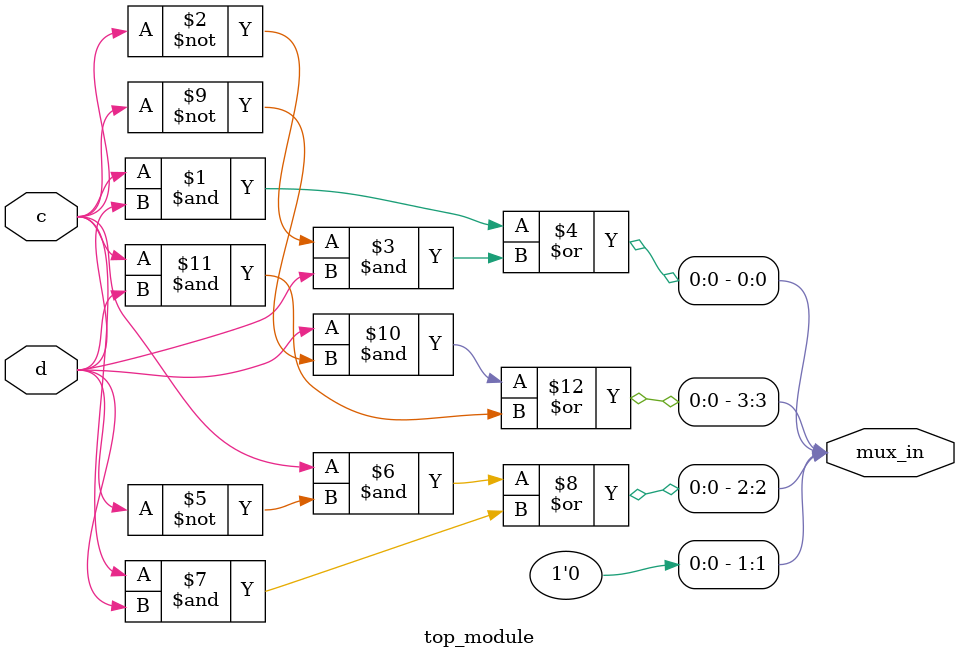
<source format=sv>
module top_module (
	input wire c,
	input wire d,
	output wire [3:0] mux_in
);

	assign mux_in[0] = (c & d) | (~c & d);
	assign mux_in[1] = 1'b0;
	assign mux_in[2] = (c & ~d) | (c & d);
	assign mux_in[3] = (d & ~c) | (c & d);

endmodule

</source>
